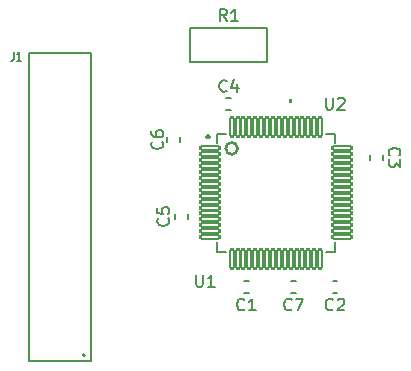
<source format=gto>
%TF.GenerationSoftware,KiCad,Pcbnew,8.0.3*%
%TF.CreationDate,2024-11-24T17:28:35-05:00*%
%TF.ProjectId,MH24BN0001_hw,4d483234-424e-4303-9030-315f68772e6b,rev?*%
%TF.SameCoordinates,Original*%
%TF.FileFunction,Legend,Top*%
%TF.FilePolarity,Positive*%
%FSLAX46Y46*%
G04 Gerber Fmt 4.6, Leading zero omitted, Abs format (unit mm)*
G04 Created by KiCad (PCBNEW 8.0.3) date 2024-11-24 17:28:35*
%MOMM*%
%LPD*%
G01*
G04 APERTURE LIST*
G04 Aperture macros list*
%AMRoundRect*
0 Rectangle with rounded corners*
0 $1 Rounding radius*
0 $2 $3 $4 $5 $6 $7 $8 $9 X,Y pos of 4 corners*
0 Add a 4 corners polygon primitive as box body*
4,1,4,$2,$3,$4,$5,$6,$7,$8,$9,$2,$3,0*
0 Add four circle primitives for the rounded corners*
1,1,$1+$1,$2,$3*
1,1,$1+$1,$4,$5*
1,1,$1+$1,$6,$7*
1,1,$1+$1,$8,$9*
0 Add four rect primitives between the rounded corners*
20,1,$1+$1,$2,$3,$4,$5,0*
20,1,$1+$1,$4,$5,$6,$7,0*
20,1,$1+$1,$6,$7,$8,$9,0*
20,1,$1+$1,$8,$9,$2,$3,0*%
G04 Aperture macros list end*
%ADD10C,0.150000*%
%ADD11C,0.152400*%
%ADD12C,0.203200*%
%ADD13C,0.254000*%
%ADD14C,0.200000*%
%ADD15C,0.000000*%
%ADD16R,0.655600X0.800000*%
%ADD17RoundRect,0.102000X-0.800000X-0.150000X0.800000X-0.150000X0.800000X0.150000X-0.800000X0.150000X0*%
%ADD18RoundRect,0.102000X-0.150000X-0.800000X0.150000X-0.800000X0.150000X0.800000X-0.150000X0.800000X0*%
%ADD19R,0.800000X0.655600*%
%ADD20C,1.734000*%
%ADD21R,1.397000X1.397000*%
%ADD22C,1.397000*%
%ADD23C,1.524000*%
%ADD24R,0.279400X0.254000*%
%ADD25R,0.254000X0.279400*%
G04 APERTURE END LIST*
D10*
X56333333Y-51859580D02*
X56285714Y-51907200D01*
X56285714Y-51907200D02*
X56142857Y-51954819D01*
X56142857Y-51954819D02*
X56047619Y-51954819D01*
X56047619Y-51954819D02*
X55904762Y-51907200D01*
X55904762Y-51907200D02*
X55809524Y-51811961D01*
X55809524Y-51811961D02*
X55761905Y-51716723D01*
X55761905Y-51716723D02*
X55714286Y-51526247D01*
X55714286Y-51526247D02*
X55714286Y-51383390D01*
X55714286Y-51383390D02*
X55761905Y-51192914D01*
X55761905Y-51192914D02*
X55809524Y-51097676D01*
X55809524Y-51097676D02*
X55904762Y-51002438D01*
X55904762Y-51002438D02*
X56047619Y-50954819D01*
X56047619Y-50954819D02*
X56142857Y-50954819D01*
X56142857Y-50954819D02*
X56285714Y-51002438D01*
X56285714Y-51002438D02*
X56333333Y-51050057D01*
X56714286Y-51050057D02*
X56761905Y-51002438D01*
X56761905Y-51002438D02*
X56857143Y-50954819D01*
X56857143Y-50954819D02*
X57095238Y-50954819D01*
X57095238Y-50954819D02*
X57190476Y-51002438D01*
X57190476Y-51002438D02*
X57238095Y-51050057D01*
X57238095Y-51050057D02*
X57285714Y-51145295D01*
X57285714Y-51145295D02*
X57285714Y-51240533D01*
X57285714Y-51240533D02*
X57238095Y-51383390D01*
X57238095Y-51383390D02*
X56666667Y-51954819D01*
X56666667Y-51954819D02*
X57285714Y-51954819D01*
X44737069Y-48954096D02*
X44737069Y-49764709D01*
X44737069Y-49764709D02*
X44784752Y-49860075D01*
X44784752Y-49860075D02*
X44832436Y-49907759D01*
X44832436Y-49907759D02*
X44927802Y-49955442D01*
X44927802Y-49955442D02*
X45118534Y-49955442D01*
X45118534Y-49955442D02*
X45213901Y-49907759D01*
X45213901Y-49907759D02*
X45261584Y-49860075D01*
X45261584Y-49860075D02*
X45309267Y-49764709D01*
X45309267Y-49764709D02*
X45309267Y-48954096D01*
X46310613Y-49955442D02*
X45738415Y-49955442D01*
X46024514Y-49955442D02*
X46024514Y-48954096D01*
X46024514Y-48954096D02*
X45929148Y-49097145D01*
X45929148Y-49097145D02*
X45833781Y-49192511D01*
X45833781Y-49192511D02*
X45738415Y-49240195D01*
X41859580Y-37666666D02*
X41907200Y-37714285D01*
X41907200Y-37714285D02*
X41954819Y-37857142D01*
X41954819Y-37857142D02*
X41954819Y-37952380D01*
X41954819Y-37952380D02*
X41907200Y-38095237D01*
X41907200Y-38095237D02*
X41811961Y-38190475D01*
X41811961Y-38190475D02*
X41716723Y-38238094D01*
X41716723Y-38238094D02*
X41526247Y-38285713D01*
X41526247Y-38285713D02*
X41383390Y-38285713D01*
X41383390Y-38285713D02*
X41192914Y-38238094D01*
X41192914Y-38238094D02*
X41097676Y-38190475D01*
X41097676Y-38190475D02*
X41002438Y-38095237D01*
X41002438Y-38095237D02*
X40954819Y-37952380D01*
X40954819Y-37952380D02*
X40954819Y-37857142D01*
X40954819Y-37857142D02*
X41002438Y-37714285D01*
X41002438Y-37714285D02*
X41050057Y-37666666D01*
X40954819Y-36809523D02*
X40954819Y-36999999D01*
X40954819Y-36999999D02*
X41002438Y-37095237D01*
X41002438Y-37095237D02*
X41050057Y-37142856D01*
X41050057Y-37142856D02*
X41192914Y-37238094D01*
X41192914Y-37238094D02*
X41383390Y-37285713D01*
X41383390Y-37285713D02*
X41764342Y-37285713D01*
X41764342Y-37285713D02*
X41859580Y-37238094D01*
X41859580Y-37238094D02*
X41907200Y-37190475D01*
X41907200Y-37190475D02*
X41954819Y-37095237D01*
X41954819Y-37095237D02*
X41954819Y-36904761D01*
X41954819Y-36904761D02*
X41907200Y-36809523D01*
X41907200Y-36809523D02*
X41859580Y-36761904D01*
X41859580Y-36761904D02*
X41764342Y-36714285D01*
X41764342Y-36714285D02*
X41526247Y-36714285D01*
X41526247Y-36714285D02*
X41431009Y-36761904D01*
X41431009Y-36761904D02*
X41383390Y-36809523D01*
X41383390Y-36809523D02*
X41335771Y-36904761D01*
X41335771Y-36904761D02*
X41335771Y-37095237D01*
X41335771Y-37095237D02*
X41383390Y-37190475D01*
X41383390Y-37190475D02*
X41431009Y-37238094D01*
X41431009Y-37238094D02*
X41526247Y-37285713D01*
X29286667Y-30062295D02*
X29286667Y-30633723D01*
X29286667Y-30633723D02*
X29256190Y-30748009D01*
X29256190Y-30748009D02*
X29195238Y-30824200D01*
X29195238Y-30824200D02*
X29103809Y-30862295D01*
X29103809Y-30862295D02*
X29042857Y-30862295D01*
X29926667Y-30862295D02*
X29560952Y-30862295D01*
X29743809Y-30862295D02*
X29743809Y-30062295D01*
X29743809Y-30062295D02*
X29682857Y-30176580D01*
X29682857Y-30176580D02*
X29621905Y-30252771D01*
X29621905Y-30252771D02*
X29560952Y-30290866D01*
X52833333Y-51859580D02*
X52785714Y-51907200D01*
X52785714Y-51907200D02*
X52642857Y-51954819D01*
X52642857Y-51954819D02*
X52547619Y-51954819D01*
X52547619Y-51954819D02*
X52404762Y-51907200D01*
X52404762Y-51907200D02*
X52309524Y-51811961D01*
X52309524Y-51811961D02*
X52261905Y-51716723D01*
X52261905Y-51716723D02*
X52214286Y-51526247D01*
X52214286Y-51526247D02*
X52214286Y-51383390D01*
X52214286Y-51383390D02*
X52261905Y-51192914D01*
X52261905Y-51192914D02*
X52309524Y-51097676D01*
X52309524Y-51097676D02*
X52404762Y-51002438D01*
X52404762Y-51002438D02*
X52547619Y-50954819D01*
X52547619Y-50954819D02*
X52642857Y-50954819D01*
X52642857Y-50954819D02*
X52785714Y-51002438D01*
X52785714Y-51002438D02*
X52833333Y-51050057D01*
X53166667Y-50954819D02*
X53833333Y-50954819D01*
X53833333Y-50954819D02*
X53404762Y-51954819D01*
X47333333Y-33359580D02*
X47285714Y-33407200D01*
X47285714Y-33407200D02*
X47142857Y-33454819D01*
X47142857Y-33454819D02*
X47047619Y-33454819D01*
X47047619Y-33454819D02*
X46904762Y-33407200D01*
X46904762Y-33407200D02*
X46809524Y-33311961D01*
X46809524Y-33311961D02*
X46761905Y-33216723D01*
X46761905Y-33216723D02*
X46714286Y-33026247D01*
X46714286Y-33026247D02*
X46714286Y-32883390D01*
X46714286Y-32883390D02*
X46761905Y-32692914D01*
X46761905Y-32692914D02*
X46809524Y-32597676D01*
X46809524Y-32597676D02*
X46904762Y-32502438D01*
X46904762Y-32502438D02*
X47047619Y-32454819D01*
X47047619Y-32454819D02*
X47142857Y-32454819D01*
X47142857Y-32454819D02*
X47285714Y-32502438D01*
X47285714Y-32502438D02*
X47333333Y-32550057D01*
X48190476Y-32788152D02*
X48190476Y-33454819D01*
X47952381Y-32407200D02*
X47714286Y-33121485D01*
X47714286Y-33121485D02*
X48333333Y-33121485D01*
X48833333Y-51859580D02*
X48785714Y-51907200D01*
X48785714Y-51907200D02*
X48642857Y-51954819D01*
X48642857Y-51954819D02*
X48547619Y-51954819D01*
X48547619Y-51954819D02*
X48404762Y-51907200D01*
X48404762Y-51907200D02*
X48309524Y-51811961D01*
X48309524Y-51811961D02*
X48261905Y-51716723D01*
X48261905Y-51716723D02*
X48214286Y-51526247D01*
X48214286Y-51526247D02*
X48214286Y-51383390D01*
X48214286Y-51383390D02*
X48261905Y-51192914D01*
X48261905Y-51192914D02*
X48309524Y-51097676D01*
X48309524Y-51097676D02*
X48404762Y-51002438D01*
X48404762Y-51002438D02*
X48547619Y-50954819D01*
X48547619Y-50954819D02*
X48642857Y-50954819D01*
X48642857Y-50954819D02*
X48785714Y-51002438D01*
X48785714Y-51002438D02*
X48833333Y-51050057D01*
X49785714Y-51954819D02*
X49214286Y-51954819D01*
X49500000Y-51954819D02*
X49500000Y-50954819D01*
X49500000Y-50954819D02*
X49404762Y-51097676D01*
X49404762Y-51097676D02*
X49309524Y-51192914D01*
X49309524Y-51192914D02*
X49214286Y-51240533D01*
X47333333Y-27454819D02*
X47000000Y-26978628D01*
X46761905Y-27454819D02*
X46761905Y-26454819D01*
X46761905Y-26454819D02*
X47142857Y-26454819D01*
X47142857Y-26454819D02*
X47238095Y-26502438D01*
X47238095Y-26502438D02*
X47285714Y-26550057D01*
X47285714Y-26550057D02*
X47333333Y-26645295D01*
X47333333Y-26645295D02*
X47333333Y-26788152D01*
X47333333Y-26788152D02*
X47285714Y-26883390D01*
X47285714Y-26883390D02*
X47238095Y-26931009D01*
X47238095Y-26931009D02*
X47142857Y-26978628D01*
X47142857Y-26978628D02*
X46761905Y-26978628D01*
X48285714Y-27454819D02*
X47714286Y-27454819D01*
X48000000Y-27454819D02*
X48000000Y-26454819D01*
X48000000Y-26454819D02*
X47904762Y-26597676D01*
X47904762Y-26597676D02*
X47809524Y-26692914D01*
X47809524Y-26692914D02*
X47714286Y-26740533D01*
X61140419Y-38833333D02*
X61092800Y-38785714D01*
X61092800Y-38785714D02*
X61045180Y-38642857D01*
X61045180Y-38642857D02*
X61045180Y-38547619D01*
X61045180Y-38547619D02*
X61092800Y-38404762D01*
X61092800Y-38404762D02*
X61188038Y-38309524D01*
X61188038Y-38309524D02*
X61283276Y-38261905D01*
X61283276Y-38261905D02*
X61473752Y-38214286D01*
X61473752Y-38214286D02*
X61616609Y-38214286D01*
X61616609Y-38214286D02*
X61807085Y-38261905D01*
X61807085Y-38261905D02*
X61902323Y-38309524D01*
X61902323Y-38309524D02*
X61997561Y-38404762D01*
X61997561Y-38404762D02*
X62045180Y-38547619D01*
X62045180Y-38547619D02*
X62045180Y-38642857D01*
X62045180Y-38642857D02*
X61997561Y-38785714D01*
X61997561Y-38785714D02*
X61949942Y-38833333D01*
X62045180Y-39166667D02*
X62045180Y-39785714D01*
X62045180Y-39785714D02*
X61664228Y-39452381D01*
X61664228Y-39452381D02*
X61664228Y-39595238D01*
X61664228Y-39595238D02*
X61616609Y-39690476D01*
X61616609Y-39690476D02*
X61568990Y-39738095D01*
X61568990Y-39738095D02*
X61473752Y-39785714D01*
X61473752Y-39785714D02*
X61235657Y-39785714D01*
X61235657Y-39785714D02*
X61140419Y-39738095D01*
X61140419Y-39738095D02*
X61092800Y-39690476D01*
X61092800Y-39690476D02*
X61045180Y-39595238D01*
X61045180Y-39595238D02*
X61045180Y-39309524D01*
X61045180Y-39309524D02*
X61092800Y-39214286D01*
X61092800Y-39214286D02*
X61140419Y-39166667D01*
X42359580Y-44166666D02*
X42407200Y-44214285D01*
X42407200Y-44214285D02*
X42454819Y-44357142D01*
X42454819Y-44357142D02*
X42454819Y-44452380D01*
X42454819Y-44452380D02*
X42407200Y-44595237D01*
X42407200Y-44595237D02*
X42311961Y-44690475D01*
X42311961Y-44690475D02*
X42216723Y-44738094D01*
X42216723Y-44738094D02*
X42026247Y-44785713D01*
X42026247Y-44785713D02*
X41883390Y-44785713D01*
X41883390Y-44785713D02*
X41692914Y-44738094D01*
X41692914Y-44738094D02*
X41597676Y-44690475D01*
X41597676Y-44690475D02*
X41502438Y-44595237D01*
X41502438Y-44595237D02*
X41454819Y-44452380D01*
X41454819Y-44452380D02*
X41454819Y-44357142D01*
X41454819Y-44357142D02*
X41502438Y-44214285D01*
X41502438Y-44214285D02*
X41550057Y-44166666D01*
X41454819Y-43261904D02*
X41454819Y-43738094D01*
X41454819Y-43738094D02*
X41931009Y-43785713D01*
X41931009Y-43785713D02*
X41883390Y-43738094D01*
X41883390Y-43738094D02*
X41835771Y-43642856D01*
X41835771Y-43642856D02*
X41835771Y-43404761D01*
X41835771Y-43404761D02*
X41883390Y-43309523D01*
X41883390Y-43309523D02*
X41931009Y-43261904D01*
X41931009Y-43261904D02*
X42026247Y-43214285D01*
X42026247Y-43214285D02*
X42264342Y-43214285D01*
X42264342Y-43214285D02*
X42359580Y-43261904D01*
X42359580Y-43261904D02*
X42407200Y-43309523D01*
X42407200Y-43309523D02*
X42454819Y-43404761D01*
X42454819Y-43404761D02*
X42454819Y-43642856D01*
X42454819Y-43642856D02*
X42407200Y-43738094D01*
X42407200Y-43738094D02*
X42359580Y-43785713D01*
X55738095Y-33954819D02*
X55738095Y-34764342D01*
X55738095Y-34764342D02*
X55785714Y-34859580D01*
X55785714Y-34859580D02*
X55833333Y-34907200D01*
X55833333Y-34907200D02*
X55928571Y-34954819D01*
X55928571Y-34954819D02*
X56119047Y-34954819D01*
X56119047Y-34954819D02*
X56214285Y-34907200D01*
X56214285Y-34907200D02*
X56261904Y-34859580D01*
X56261904Y-34859580D02*
X56309523Y-34764342D01*
X56309523Y-34764342D02*
X56309523Y-33954819D01*
X56738095Y-34050057D02*
X56785714Y-34002438D01*
X56785714Y-34002438D02*
X56880952Y-33954819D01*
X56880952Y-33954819D02*
X57119047Y-33954819D01*
X57119047Y-33954819D02*
X57214285Y-34002438D01*
X57214285Y-34002438D02*
X57261904Y-34050057D01*
X57261904Y-34050057D02*
X57309523Y-34145295D01*
X57309523Y-34145295D02*
X57309523Y-34240533D01*
X57309523Y-34240533D02*
X57261904Y-34383390D01*
X57261904Y-34383390D02*
X56690476Y-34954819D01*
X56690476Y-34954819D02*
X57309523Y-34954819D01*
D11*
%TO.C,C2*%
X56307550Y-50527000D02*
X56692450Y-50527000D01*
X56692450Y-49473000D02*
X56307550Y-49473000D01*
D12*
%TO.C,U1*%
X46500000Y-37000000D02*
X47300000Y-37000000D01*
X46500000Y-37800000D02*
X46500000Y-37000000D01*
X46500000Y-47000000D02*
X46500000Y-46200000D01*
X47300000Y-47000000D02*
X46500000Y-47000000D01*
X55700000Y-37000000D02*
X56500000Y-37000000D01*
X56500000Y-37000000D02*
X56500000Y-37800000D01*
X56500000Y-46200000D02*
X56500000Y-47000000D01*
X56500000Y-47000000D02*
X55700000Y-47000000D01*
D13*
X45877000Y-37250000D02*
G75*
G02*
X45623000Y-37250000I-127000J0D01*
G01*
X45623000Y-37250000D02*
G75*
G02*
X45877000Y-37250000I127000J0D01*
G01*
X48250100Y-38249900D02*
G75*
G02*
X47249700Y-38249900I-500200J0D01*
G01*
X47249700Y-38249900D02*
G75*
G02*
X48250100Y-38249900I500200J0D01*
G01*
D11*
%TO.C,C6*%
X42300800Y-37307550D02*
X42300800Y-37692450D01*
X43354800Y-37692450D02*
X43354800Y-37307550D01*
D14*
%TO.C,J1*%
X30590000Y-30140000D02*
X35870000Y-30140000D01*
X30590000Y-56240000D02*
X30590000Y-30140000D01*
X35870000Y-30140000D02*
X35870000Y-56240000D01*
X35870000Y-56240000D02*
X30590000Y-56240000D01*
X35330000Y-55750000D02*
G75*
G02*
X35130000Y-55750000I-100000J0D01*
G01*
X35130000Y-55750000D02*
G75*
G02*
X35330000Y-55750000I100000J0D01*
G01*
D11*
%TO.C,C7*%
X52807550Y-50527000D02*
X53192450Y-50527000D01*
X53192450Y-49473000D02*
X52807550Y-49473000D01*
%TO.C,C4*%
X47307550Y-35027000D02*
X47692450Y-35027000D01*
X47692450Y-33973000D02*
X47307550Y-33973000D01*
%TO.C,C1*%
X48807550Y-50527000D02*
X49192450Y-50527000D01*
X49192450Y-49473000D02*
X48807550Y-49473000D01*
%TO.C,R1*%
X44223400Y-28064900D02*
X44223400Y-30935100D01*
X44223400Y-30935100D02*
X50776600Y-30935100D01*
X50776600Y-28064900D02*
X44223400Y-28064900D01*
X50776600Y-30935100D02*
X50776600Y-28064900D01*
%TO.C,C3*%
X59473000Y-38807550D02*
X59473000Y-39192450D01*
X60527000Y-39192450D02*
X60527000Y-38807550D01*
%TO.C,C5*%
X42973000Y-43807550D02*
X42973000Y-44192450D01*
X44027000Y-44192450D02*
X44027000Y-43807550D01*
D15*
%TO.C,U2*%
G36*
X52844300Y-34440501D02*
G01*
X52590300Y-34440501D01*
X52590300Y-34059501D01*
X52844300Y-34059501D01*
X52844300Y-34440501D01*
G37*
%TD*%
%LPC*%
D16*
%TO.C,C2*%
X57327800Y-50000000D03*
X55672200Y-50000000D03*
%TD*%
D17*
%TO.C,U1*%
X45900000Y-38250000D03*
X45900000Y-38750000D03*
X45900000Y-39250000D03*
X45900000Y-39750000D03*
X45900000Y-40250000D03*
X45900000Y-40750000D03*
X45900000Y-41250000D03*
X45900000Y-41750000D03*
X45900000Y-42250000D03*
X45900000Y-42750000D03*
X45900000Y-43250000D03*
X45900000Y-43750000D03*
X45900000Y-44250000D03*
X45900000Y-44750000D03*
X45900000Y-45250000D03*
X45900000Y-45750000D03*
D18*
X47750000Y-47600000D03*
X48250000Y-47600000D03*
X48750000Y-47600000D03*
X49250000Y-47600000D03*
X49750000Y-47600000D03*
X50250000Y-47600000D03*
X50750000Y-47600000D03*
X51250000Y-47600000D03*
X51750000Y-47600000D03*
X52250000Y-47600000D03*
X52750000Y-47600000D03*
X53250000Y-47600000D03*
X53750000Y-47600000D03*
X54250000Y-47600000D03*
X54750000Y-47600000D03*
X55250000Y-47600000D03*
D17*
X57100000Y-45750000D03*
X57100000Y-45250000D03*
X57100000Y-44750000D03*
X57100000Y-44250000D03*
X57100000Y-43750000D03*
X57100000Y-43250000D03*
X57100000Y-42750000D03*
X57100000Y-42250000D03*
X57100000Y-41750000D03*
X57100000Y-41250000D03*
X57100000Y-40750000D03*
X57100000Y-40250000D03*
X57100000Y-39750000D03*
X57100000Y-39250000D03*
X57100000Y-38750000D03*
X57100000Y-38250000D03*
D18*
X55250000Y-36400000D03*
X54750000Y-36400000D03*
X54250000Y-36400000D03*
X53750000Y-36400000D03*
X53250000Y-36400000D03*
X52750000Y-36400000D03*
X52250000Y-36400000D03*
X51750000Y-36400000D03*
X51250000Y-36400000D03*
X50750000Y-36400000D03*
X50250000Y-36400000D03*
X49750000Y-36400000D03*
X49250000Y-36400000D03*
X48750000Y-36400000D03*
X48250000Y-36400000D03*
X47750000Y-36400000D03*
%TD*%
D19*
%TO.C,C6*%
X42827800Y-38327800D03*
X42827800Y-36672200D03*
%TD*%
D20*
%TO.C,J1*%
X34500000Y-54620000D03*
X31960000Y-54620000D03*
X34500000Y-52080000D03*
X31960000Y-52080000D03*
X34500000Y-49540000D03*
X31960000Y-49540000D03*
X34500000Y-47000000D03*
X31960000Y-47000000D03*
X34500000Y-44460000D03*
X31960000Y-44460000D03*
X34500000Y-41920000D03*
X31960000Y-41920000D03*
X34500000Y-39380000D03*
X31960000Y-39380000D03*
X34500000Y-36840000D03*
X31960000Y-36840000D03*
X34500000Y-34300000D03*
X31960000Y-34300000D03*
X34500000Y-31760000D03*
X31960000Y-31760000D03*
%TD*%
D16*
%TO.C,C7*%
X52172200Y-50000000D03*
X53827800Y-50000000D03*
%TD*%
%TO.C,C4*%
X46672200Y-34500000D03*
X48327800Y-34500000D03*
%TD*%
%TO.C,C1*%
X49827800Y-50000000D03*
X48172200Y-50000000D03*
%TD*%
D21*
%TO.C,R1*%
X41785000Y-29500000D03*
D22*
X53215000Y-29500000D03*
%TD*%
D19*
%TO.C,C3*%
X60000000Y-38172200D03*
X60000000Y-39827800D03*
%TD*%
%TO.C,C5*%
X43500000Y-44827800D03*
X43500000Y-43172200D03*
%TD*%
D23*
%TO.C,SI1*%
X69000000Y-45000000D03*
X69000000Y-47000000D03*
X69000000Y-49000000D03*
X69000000Y-51000000D03*
%TD*%
D24*
%TO.C,U2*%
X54762000Y-34250001D03*
X54762000Y-33750000D03*
X54762000Y-33250000D03*
X54762000Y-32749999D03*
D25*
X54250000Y-32738000D03*
X53750000Y-32738000D03*
D24*
X53238000Y-32749999D03*
X53238000Y-33250000D03*
X53238000Y-33750000D03*
X53238000Y-34250001D03*
D25*
X53750000Y-34262000D03*
X54250000Y-34262000D03*
%TD*%
%LPD*%
M02*

</source>
